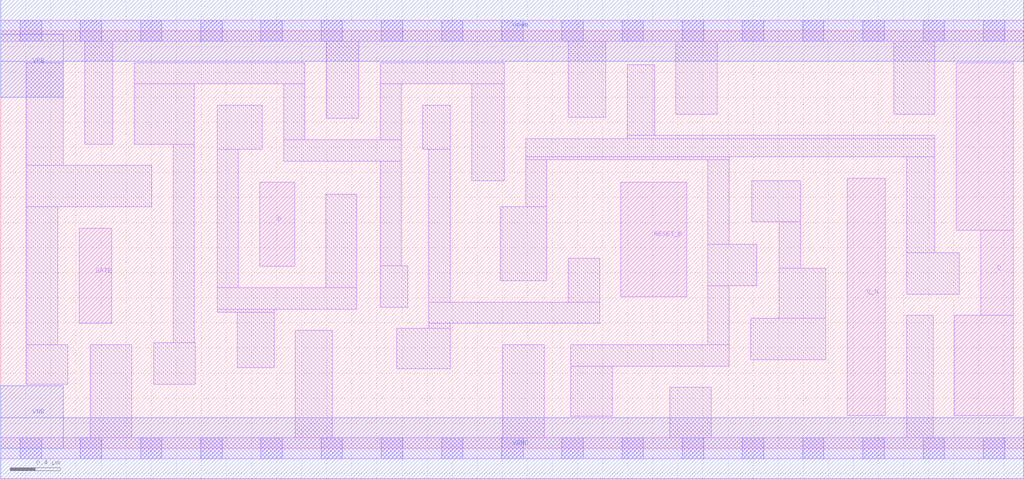
<source format=lef>
# Copyright 2020 The SkyWater PDK Authors
#
# Licensed under the Apache License, Version 2.0 (the "License");
# you may not use this file except in compliance with the License.
# You may obtain a copy of the License at
#
#     https://www.apache.org/licenses/LICENSE-2.0
#
# Unless required by applicable law or agreed to in writing, software
# distributed under the License is distributed on an "AS IS" BASIS,
# WITHOUT WARRANTIES OR CONDITIONS OF ANY KIND, either express or implied.
# See the License for the specific language governing permissions and
# limitations under the License.
#
# SPDX-License-Identifier: Apache-2.0

VERSION 5.5 ;
NAMESCASESENSITIVE ON ;
BUSBITCHARS "[]" ;
DIVIDERCHAR "/" ;
MACRO sky130_fd_sc_lp__dlrbp_1
  CLASS CORE ;
  SOURCE USER ;
  ORIGIN  0.000000  0.000000 ;
  SIZE  8.160000 BY  3.330000 ;
  SYMMETRY X Y R90 ;
  SITE unit ;
  PIN D
    ANTENNAGATEAREA  0.159000 ;
    DIRECTION INPUT ;
    USE SIGNAL ;
    PORT
      LAYER li1 ;
        RECT 2.065000 1.450000 2.345000 2.120000 ;
    END
  END D
  PIN Q
    ANTENNADIFFAREA  0.564900 ;
    DIRECTION OUTPUT ;
    USE SIGNAL ;
    PORT
      LAYER li1 ;
        RECT 7.605000 0.260000 8.075000 1.060000 ;
        RECT 7.620000 1.740000 8.075000 3.075000 ;
        RECT 7.815000 1.060000 8.075000 1.740000 ;
    END
  END Q
  PIN Q_N
    ANTENNADIFFAREA  0.556500 ;
    DIRECTION OUTPUT ;
    USE SIGNAL ;
    PORT
      LAYER li1 ;
        RECT 6.750000 0.260000 7.055000 2.155000 ;
    END
  END Q_N
  PIN RESET_B
    ANTENNAGATEAREA  0.315000 ;
    DIRECTION INPUT ;
    USE SIGNAL ;
    PORT
      LAYER li1 ;
        RECT 4.945000 1.210000 5.470000 2.120000 ;
    END
  END RESET_B
  PIN GATE
    ANTENNAGATEAREA  0.159000 ;
    DIRECTION INPUT ;
    USE CLOCK ;
    PORT
      LAYER li1 ;
        RECT 0.625000 0.995000 0.885000 1.755000 ;
    END
  END GATE
  PIN VGND
    DIRECTION INOUT ;
    USE GROUND ;
    PORT
      LAYER met1 ;
        RECT 0.000000 -0.245000 8.160000 0.245000 ;
    END
  END VGND
  PIN VNB
    DIRECTION INOUT ;
    USE GROUND ;
    PORT
      LAYER met1 ;
        RECT 0.000000 0.000000 0.500000 0.500000 ;
    END
  END VNB
  PIN VPB
    DIRECTION INOUT ;
    USE POWER ;
    PORT
      LAYER met1 ;
        RECT 0.000000 2.800000 0.500000 3.300000 ;
    END
  END VPB
  PIN VPWR
    DIRECTION INOUT ;
    USE POWER ;
    PORT
      LAYER met1 ;
        RECT 0.000000 3.085000 8.160000 3.575000 ;
    END
  END VPWR
  OBS
    LAYER li1 ;
      RECT 0.000000 -0.085000 8.160000 0.085000 ;
      RECT 0.000000  3.245000 8.160000 3.415000 ;
      RECT 0.205000  0.510000 0.535000 0.825000 ;
      RECT 0.205000  0.825000 0.455000 1.925000 ;
      RECT 0.205000  1.925000 1.205000 2.255000 ;
      RECT 0.205000  2.255000 0.500000 3.075000 ;
      RECT 0.670000  2.425000 0.895000 3.245000 ;
      RECT 0.715000  0.085000 1.045000 0.825000 ;
      RECT 1.065000  2.425000 1.545000 2.905000 ;
      RECT 1.065000  2.905000 2.425000 3.075000 ;
      RECT 1.220000  0.510000 1.550000 0.840000 ;
      RECT 1.375000  0.840000 1.545000 2.425000 ;
      RECT 1.725000  1.085000 2.180000 1.110000 ;
      RECT 1.725000  1.110000 2.840000 1.280000 ;
      RECT 1.725000  1.280000 1.895000 2.385000 ;
      RECT 1.725000  2.385000 2.085000 2.735000 ;
      RECT 1.885000  0.640000 2.180000 1.085000 ;
      RECT 2.255000  2.290000 3.195000 2.460000 ;
      RECT 2.255000  2.460000 2.425000 2.905000 ;
      RECT 2.350000  0.085000 2.645000 0.940000 ;
      RECT 2.590000  1.280000 2.840000 2.025000 ;
      RECT 2.595000  2.630000 2.855000 3.245000 ;
      RECT 3.025000  1.125000 3.245000 1.455000 ;
      RECT 3.025000  1.455000 3.195000 2.290000 ;
      RECT 3.025000  2.460000 3.195000 2.905000 ;
      RECT 3.025000  2.905000 4.015000 3.075000 ;
      RECT 3.160000  0.635000 3.585000 0.955000 ;
      RECT 3.365000  2.385000 3.585000 2.735000 ;
      RECT 3.415000  0.955000 3.585000 0.995000 ;
      RECT 3.415000  0.995000 4.775000 1.165000 ;
      RECT 3.415000  1.165000 3.585000 2.385000 ;
      RECT 3.755000  2.135000 4.015000 2.905000 ;
      RECT 3.985000  1.335000 4.355000 1.925000 ;
      RECT 4.005000  0.085000 4.335000 0.825000 ;
      RECT 4.185000  1.925000 4.355000 2.300000 ;
      RECT 4.185000  2.300000 5.810000 2.325000 ;
      RECT 4.185000  2.325000 7.450000 2.470000 ;
      RECT 4.525000  1.165000 4.775000 1.515000 ;
      RECT 4.525000  2.640000 4.825000 3.245000 ;
      RECT 4.545000  0.255000 4.875000 0.655000 ;
      RECT 4.545000  0.655000 5.810000 0.825000 ;
      RECT 4.995000  2.470000 7.450000 2.495000 ;
      RECT 4.995000  2.495000 5.215000 3.060000 ;
      RECT 5.335000  0.085000 5.665000 0.485000 ;
      RECT 5.385000  2.665000 5.715000 3.245000 ;
      RECT 5.640000  0.825000 5.810000 1.295000 ;
      RECT 5.640000  1.295000 6.030000 1.625000 ;
      RECT 5.640000  1.625000 5.810000 2.300000 ;
      RECT 5.980000  0.705000 6.580000 1.035000 ;
      RECT 5.990000  1.805000 6.380000 2.135000 ;
      RECT 6.210000  1.035000 6.580000 1.435000 ;
      RECT 6.210000  1.435000 6.380000 1.805000 ;
      RECT 7.120000  2.665000 7.450000 3.245000 ;
      RECT 7.225000  0.085000 7.435000 1.060000 ;
      RECT 7.225000  1.230000 7.645000 1.560000 ;
      RECT 7.225000  1.560000 7.450000 2.325000 ;
    LAYER mcon ;
      RECT 0.155000 -0.085000 0.325000 0.085000 ;
      RECT 0.155000  3.245000 0.325000 3.415000 ;
      RECT 0.635000 -0.085000 0.805000 0.085000 ;
      RECT 0.635000  3.245000 0.805000 3.415000 ;
      RECT 1.115000 -0.085000 1.285000 0.085000 ;
      RECT 1.115000  3.245000 1.285000 3.415000 ;
      RECT 1.595000 -0.085000 1.765000 0.085000 ;
      RECT 1.595000  3.245000 1.765000 3.415000 ;
      RECT 2.075000 -0.085000 2.245000 0.085000 ;
      RECT 2.075000  3.245000 2.245000 3.415000 ;
      RECT 2.555000 -0.085000 2.725000 0.085000 ;
      RECT 2.555000  3.245000 2.725000 3.415000 ;
      RECT 3.035000 -0.085000 3.205000 0.085000 ;
      RECT 3.035000  3.245000 3.205000 3.415000 ;
      RECT 3.515000 -0.085000 3.685000 0.085000 ;
      RECT 3.515000  3.245000 3.685000 3.415000 ;
      RECT 3.995000 -0.085000 4.165000 0.085000 ;
      RECT 3.995000  3.245000 4.165000 3.415000 ;
      RECT 4.475000 -0.085000 4.645000 0.085000 ;
      RECT 4.475000  3.245000 4.645000 3.415000 ;
      RECT 4.955000 -0.085000 5.125000 0.085000 ;
      RECT 4.955000  3.245000 5.125000 3.415000 ;
      RECT 5.435000 -0.085000 5.605000 0.085000 ;
      RECT 5.435000  3.245000 5.605000 3.415000 ;
      RECT 5.915000 -0.085000 6.085000 0.085000 ;
      RECT 5.915000  3.245000 6.085000 3.415000 ;
      RECT 6.395000 -0.085000 6.565000 0.085000 ;
      RECT 6.395000  3.245000 6.565000 3.415000 ;
      RECT 6.875000 -0.085000 7.045000 0.085000 ;
      RECT 6.875000  3.245000 7.045000 3.415000 ;
      RECT 7.355000 -0.085000 7.525000 0.085000 ;
      RECT 7.355000  3.245000 7.525000 3.415000 ;
      RECT 7.835000 -0.085000 8.005000 0.085000 ;
      RECT 7.835000  3.245000 8.005000 3.415000 ;
  END
END sky130_fd_sc_lp__dlrbp_1

</source>
